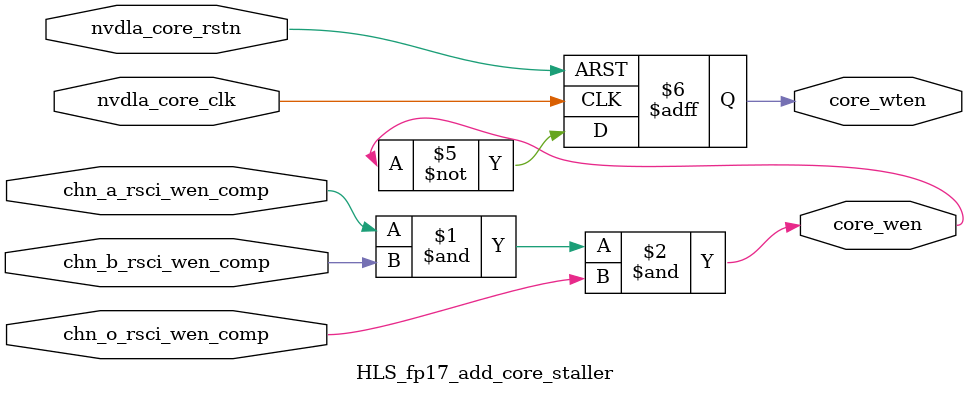
<source format=v>
module HLS_fp17_add_core_staller (
  nvdla_core_clk, nvdla_core_rstn, core_wen, chn_a_rsci_wen_comp, core_wten, chn_b_rsci_wen_comp,
      chn_o_rsci_wen_comp
);
  input nvdla_core_clk;
  input nvdla_core_rstn;
  output core_wen;
  input chn_a_rsci_wen_comp;
  output core_wten;
  reg core_wten;
  input chn_b_rsci_wen_comp;
  input chn_o_rsci_wen_comp;
  assign core_wen = chn_a_rsci_wen_comp & chn_b_rsci_wen_comp & chn_o_rsci_wen_comp;
  always @(posedge nvdla_core_clk or negedge nvdla_core_rstn) begin
    if ( ~ nvdla_core_rstn ) begin
      core_wten <= 1'b0;
    end
    else begin
      core_wten <= ~ core_wen;
    end
  end
endmodule
</source>
